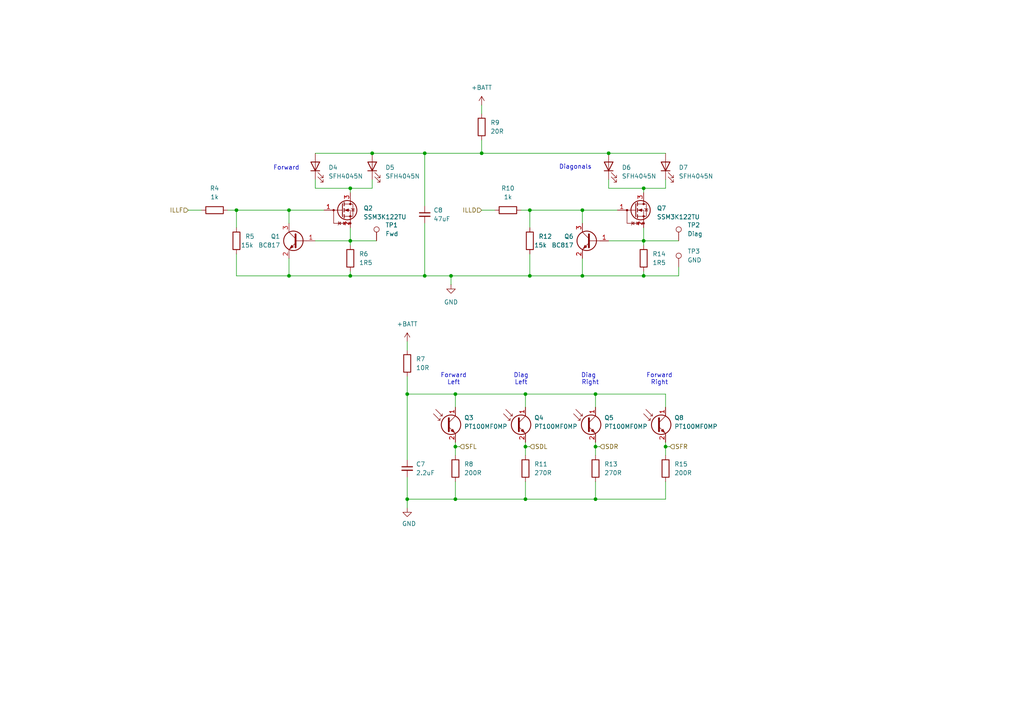
<source format=kicad_sch>
(kicad_sch (version 20250114) (generator "eeschema") (generator_version "9.0")
  (paper "A4")
  (lib_symbols
    (symbol "Connector:TestPoint" (pin_numbers (hide yes)) (pin_names (offset 0.762) (hide yes))
      (property "Reference" "TP" (at 0 6.858 0))
      (property "Value" "TestPoint" (at 0 5.08 0))
      (symbol "TestPoint_0_1"
        (circle (center 0 3.302) (radius 0.762))
      )
      (symbol "TestPoint_1_1"
        (pin passive line (at 0 0 90) (length 2.54) (name "1") (number "1"))
      )
    )
    (symbol "Device:C_Small" (pin_numbers (hide yes)) (pin_names (offset 0.254) (hide yes))
      (property "Reference" "C" (at 0.254 1.778 0))
      (property "Value" "C_Small" (at 0.254 -2.032 0))
      (symbol "C_Small_0_1"
        (polyline (pts (xy -1.524 0.508) (xy 1.524 0.508)) (stroke (width 0.3048)))
        (polyline (pts (xy -1.524 -0.508) (xy 1.524 -0.508)) (stroke (width 0.3302)))
      )
      (symbol "C_Small_1_1"
        (pin passive line (at 0 2.54 270) (length 2.032) (name "~") (number "1"))
        (pin passive line (at 0 -2.54 90) (length 2.032) (name "~") (number "2"))
      )
    )
    (symbol "Device:R" (pin_numbers (hide yes)) (pin_names (offset 0))
      (property "Reference" "R" (at 2.032 0 90))
      (property "Value" "R" (at 0 0 90))
      (symbol "R_0_1"
        (rectangle (start -1.016 -2.54) (end 1.016 2.54) (stroke (width 0.254)))
      )
      (symbol "R_1_1"
        (pin passive line (at 0 3.81 270) (length 1.27) (name "~") (number "1"))
        (pin passive line (at 0 -3.81 90) (length 1.27) (name "~") (number "2"))
      )
    )
    (symbol "LED:IR26-21C_L110_TR8" (pin_numbers (hide yes)) (pin_names (offset 1.016) (hide yes))
      (property "Reference" "D" (at 0 2.54 0))
      (property "Value" "IR26-21C_L110_TR8" (at 0 -3.81 0))
      (symbol "IR26-21C_L110_TR8_0_1"
        (polyline (pts (xy -3.048 -0.762) (xy -4.572 -2.286) (xy -3.81 -2.286) (xy -4.572 -2.286) (xy -4.572 -1.524)))
        (polyline (pts (xy -1.778 -0.762) (xy -3.302 -2.286) (xy -2.54 -2.286) (xy -3.302 -2.286) (xy -3.302 -1.524)))
        (polyline (pts (xy -1.27 0) (xy 1.27 0)))
        (polyline (pts (xy -1.27 -1.27) (xy -1.27 1.27)) (stroke (width 0.254)))
        (polyline (pts (xy 1.27 -1.27) (xy 1.27 1.27) (xy -1.27 0) (xy 1.27 -1.27)) (stroke (width 0.254)))
      )
      (symbol "IR26-21C_L110_TR8_1_1"
        (pin passive line (at -3.81 0 0) (length 2.54) (name "K") (number "1"))
        (pin passive line (at 3.81 0 180) (length 2.54) (name "A") (number "2"))
      )
    )
    (symbol "Sensor_Optical:BPW40" (pin_names (offset 0) (hide yes))
      (property "Reference" "Q" (at 5.08 1.27 0))
      (property "Value" "BPW40" (at 5.08 -1.27 0))
      (symbol "BPW40_0_1"
        (polyline (pts (xy -3.81 3.175) (xy -1.905 1.27) (xy -1.905 1.905)))
        (polyline (pts (xy -3.175 4.445) (xy -1.27 2.54) (xy -1.27 3.175)))
        (polyline (pts (xy -1.905 1.27) (xy -2.54 1.27)))
        (polyline (pts (xy -1.27 2.54) (xy -1.905 2.54)))
        (polyline (pts (xy 0.635 1.905) (xy 0.635 -1.905)) (stroke (width 0.508)))
        (polyline (pts (xy 0.635 0.635) (xy 2.54 2.54)))
        (polyline (pts (xy 0.635 -0.635) (xy 2.54 -2.54)))
        (circle (center 1.27 0) (radius 2.8194) (stroke (width 0.254)))
        (polyline (pts (xy 1.27 -1.778) (xy 1.778 -1.27) (xy 2.286 -2.286) (xy 1.27 -1.778)) (fill (type outline)))
      )
      (symbol "BPW40_1_1"
        (pin passive line (at 2.54 5.08 270) (length 2.54) (name "C") (number "1"))
        (pin passive line (at 2.54 -5.08 90) (length 2.54) (name "E") (number "2"))
      )
    )
    (symbol "Transistor_BJT:BC817" (pin_names (offset 0) (hide yes))
      (property "Reference" "Q" (at 5.08 1.905 0))
      (property "Value" "BC817" (at 5.08 0 0))
      (symbol "BC817_0_1"
        (polyline (pts (xy -2.54 0) (xy 0.635 0)))
        (polyline (pts (xy 0.635 1.905) (xy 0.635 -1.905)) (stroke (width 0.508)))
        (circle (center 1.27 0) (radius 2.8194) (stroke (width 0.254)))
      )
      (symbol "BC817_1_1"
        (polyline (pts (xy 0.635 0.635) (xy 2.54 2.54)))
        (polyline (pts (xy 0.635 -0.635) (xy 2.54 -2.54)))
        (polyline (pts (xy 1.27 -1.778) (xy 1.778 -1.27) (xy 2.286 -2.286) (xy 1.27 -1.778)) (fill (type outline)))
        (pin input line (at -5.08 0 0) (length 2.54) (name "B") (number "1"))
        (pin passive line (at 2.54 5.08 270) (length 2.54) (name "C") (number "3"))
        (pin passive line (at 2.54 -5.08 90) (length 2.54) (name "E") (number "2"))
      )
    )
    (symbol "Transistor_FET:DMG1012T" (pin_names (offset 0) (hide yes))
      (property "Reference" "Q" (at 5.08 1.905 0))
      (property "Value" "DMG1012T" (at 5.08 0 0))
      (symbol "DMG1012T_0_1"
        (polyline (pts (xy 2.54 -3.81) (xy -2.286 -3.81) (xy -2.286 0)))
      )
      (symbol "DMG1012T_1_1"
        (circle (center -2.286 0) (radius 0.254) (fill (type outline)))
        (polyline (pts (xy -1.016 -4.318) (xy -0.889 -4.191) (xy -0.889 -3.429) (xy -0.762 -3.302)))
        (polyline (pts (xy -0.889 -3.81) (xy -0.254 -4.191) (xy -0.254 -3.429) (xy -0.889 -3.81)))
        (polyline (pts (xy 0.254 1.905) (xy 0.254 -1.905)) (stroke (width 0.254)))
        (polyline (pts (xy 0.254 0) (xy -2.54 0)))
        (polyline (pts (xy 0.762 2.286) (xy 0.762 1.27)) (stroke (width 0.254)))
        (polyline (pts (xy 0.762 0.508) (xy 0.762 -0.508)) (stroke (width 0.254)))
        (polyline (pts (xy 0.762 -1.27) (xy 0.762 -2.286)) (stroke (width 0.254)))
        (polyline (pts (xy 0.762 -1.778) (xy 3.302 -1.778) (xy 3.302 1.778) (xy 0.762 1.778)))
        (polyline (pts (xy 1.016 0) (xy 2.032 0.381) (xy 2.032 -0.381) (xy 1.016 0)) (fill (type outline)))
        (polyline (pts (xy 1.143 -3.81) (xy 0.508 -3.429) (xy 0.508 -4.191) (xy 1.143 -3.81)))
        (polyline (pts (xy 1.27 -3.302) (xy 1.143 -3.429) (xy 1.143 -4.191) (xy 1.016 -4.318)))
        (circle (center 1.651 0) (radius 2.794) (stroke (width 0.254)))
        (polyline (pts (xy 2.54 2.54) (xy 2.54 1.778)))
        (circle (center 2.54 1.778) (radius 0.254) (fill (type outline)))
        (circle (center 2.54 -1.778) (radius 0.254) (fill (type outline)))
        (polyline (pts (xy 2.54 -2.54) (xy 2.54 0) (xy 0.762 0)))
        (circle (center 2.54 -3.81) (radius 0.254) (fill (type outline)))
        (polyline (pts (xy 2.794 0.508) (xy 2.921 0.381) (xy 3.683 0.381) (xy 3.81 0.254)))
        (polyline (pts (xy 3.302 0.381) (xy 2.921 -0.254) (xy 3.683 -0.254) (xy 3.302 0.381)))
        (pin input line (at -5.08 0 0) (length 2.54) (name "G") (number "1"))
        (pin passive line (at 2.54 5.08 270) (length 2.54) (name "D") (number "3"))
        (pin passive line (at 2.54 -5.08 90) (length 2.54) (name "S") (number "2"))
      )
    )
    (symbol "power:+BATT" (power) (pin_numbers (hide yes)) (pin_names (offset 0) (hide yes))
      (property "Value" "+BATT" (at 0 3.556 0))
      (symbol "+BATT_0_1"
        (polyline (pts (xy -0.762 1.27) (xy 0 2.54)))
        (polyline (pts (xy 0 2.54) (xy 0.762 1.27)))
        (polyline (pts (xy 0 0) (xy 0 2.54)))
      )
      (symbol "+BATT_1_1"
        (pin power_in line (at 0 0 90) (length 0) (name "~") (number "1"))
      )
    )
    (symbol "power:GND" (power) (pin_numbers (hide yes)) (pin_names (offset 0) (hide yes))
      (property "Value" "GND" (at 0 -3.81 0))
      (symbol "GND_0_1"
        (polyline (pts (xy 0 0) (xy 0 -1.27) (xy 1.27 -1.27) (xy 0 -2.54) (xy -1.27 -1.27) (xy 0 -1.27)))
      )
      (symbol "GND_1_1"
        (pin power_in line (at 0 0 270) (length 0) (name "~") (number "1"))
      )
    )
    (symbol "power:GNDA" (power) (pin_numbers (hide yes)) (pin_names (offset 0) (hide yes))
      (property "Value" "GNDA" (at 0 -3.81 0))
      (symbol "GNDA_0_1"
        (polyline (pts (xy 0 0) (xy 0 -1.27) (xy 1.27 -1.27) (xy 0 -2.54) (xy -1.27 -1.27) (xy 0 -1.27)))
      )
      (symbol "GNDA_1_1"
        (pin power_in line (at 0 0 270) (length 0) (name "~") (number "1"))
      )
    )
  )
  (text "Diagonals" (at 166.878 48.514 0) (effects (font (size 1.27 1.27))))
  (text "Forward" (at 83.058 48.768 0) (effects (font (size 1.27 1.27))))
  (text "Forward\nLeft" (at 131.572 109.982 0) (effects (font (size 1.27 1.27))))
  (text "Diag \nRight" (at 171.196 109.982 0) (effects (font (size 1.27 1.27))))
  (text "Forward\nRight" (at 191.262 109.982 0) (effects (font (size 1.27 1.27))))
  (text "Diag\nLeft" (at 151.13 109.982 0) (effects (font (size 1.27 1.27))))
  (junction (at 168.91 80.01))
  (junction (at 132.08 114.3))
  (junction (at 186.69 69.85))
  (junction (at 152.4 114.3))
  (junction (at 132.08 144.78))
  (junction (at 118.11 144.78))
  (junction (at 152.4 129.54))
  (junction (at 153.67 80.01))
  (junction (at 83.82 80.01))
  (junction (at 118.11 114.3))
  (junction (at 83.82 60.96))
  (junction (at 101.6 54.61))
  (junction (at 193.04 129.54))
  (junction (at 172.72 144.78))
  (junction (at 168.91 60.96))
  (junction (at 172.72 129.54))
  (junction (at 186.69 80.01))
  (junction (at 172.72 114.3))
  (junction (at 152.4 144.78))
  (junction (at 123.19 80.01))
  (junction (at 123.19 44.45))
  (junction (at 68.58 60.96))
  (junction (at 101.6 69.85))
  (junction (at 139.7 44.45))
  (junction (at 176.53 44.45))
  (junction (at 132.08 129.54))
  (junction (at 153.67 60.96))
  (junction (at 101.6 80.01))
  (junction (at 107.95 44.45))
  (junction (at 130.81 80.01))
  (junction (at 186.69 54.61))
  (wire (pts (xy 186.69 69.85) (xy 196.85 69.85)))
  (wire (pts (xy 132.08 132.08) (xy 132.08 129.54)))
  (wire (pts (xy 172.72 114.3) (xy 193.04 114.3)))
  (wire (pts (xy 118.11 138.43) (xy 118.11 144.78)))
  (wire (pts (xy 186.69 78.74) (xy 186.69 80.01)))
  (wire (pts (xy 186.69 54.61) (xy 176.53 54.61)))
  (wire (pts (xy 83.82 74.93) (xy 83.82 80.01)))
  (wire (pts (xy 132.08 114.3) (xy 132.08 118.11)))
  (wire (pts (xy 123.19 59.69) (xy 123.19 44.45)))
  (wire (pts (xy 101.6 69.85) (xy 109.22 69.85)))
  (wire (pts (xy 118.11 114.3) (xy 118.11 133.35)))
  (wire (pts (xy 152.4 132.08) (xy 152.4 129.54)))
  (wire (pts (xy 153.67 129.54) (xy 152.4 129.54)))
  (wire (pts (xy 66.04 60.96) (xy 68.58 60.96)))
  (wire (pts (xy 168.91 60.96) (xy 153.67 60.96)))
  (wire (pts (xy 172.72 132.08) (xy 172.72 129.54)))
  (wire (pts (xy 152.4 114.3) (xy 172.72 114.3)))
  (wire (pts (xy 186.69 66.04) (xy 186.69 69.85)))
  (wire (pts (xy 130.81 82.55) (xy 130.81 80.01)))
  (wire (pts (xy 193.04 54.61) (xy 186.69 54.61)))
  (wire (pts (xy 152.4 139.7) (xy 152.4 144.78)))
  (wire (pts (xy 186.69 54.61) (xy 186.69 55.88)))
  (wire (pts (xy 139.7 30.48) (xy 139.7 33.02)))
  (wire (pts (xy 168.91 80.01) (xy 186.69 80.01)))
  (wire (pts (xy 91.44 44.45) (xy 107.95 44.45)))
  (wire (pts (xy 118.11 144.78) (xy 132.08 144.78)))
  (wire (pts (xy 152.4 114.3) (xy 152.4 118.11)))
  (wire (pts (xy 68.58 60.96) (xy 68.58 66.04)))
  (wire (pts (xy 172.72 129.54) (xy 172.72 128.27)))
  (wire (pts (xy 68.58 73.66) (xy 68.58 80.01)))
  (wire (pts (xy 168.91 60.96) (xy 168.91 64.77)))
  (wire (pts (xy 123.19 44.45) (xy 139.7 44.45)))
  (wire (pts (xy 139.7 44.45) (xy 176.53 44.45)))
  (wire (pts (xy 172.72 144.78) (xy 193.04 144.78)))
  (wire (pts (xy 101.6 66.04) (xy 101.6 69.85)))
  (wire (pts (xy 101.6 80.01) (xy 123.19 80.01)))
  (wire (pts (xy 176.53 69.85) (xy 186.69 69.85)))
  (wire (pts (xy 83.82 60.96) (xy 83.82 64.77)))
  (wire (pts (xy 118.11 114.3) (xy 132.08 114.3)))
  (wire (pts (xy 152.4 129.54) (xy 152.4 128.27)))
  (wire (pts (xy 172.72 139.7) (xy 172.72 144.78)))
  (wire (pts (xy 118.11 147.32) (xy 118.11 144.78)))
  (wire (pts (xy 68.58 80.01) (xy 83.82 80.01)))
  (wire (pts (xy 186.69 69.85) (xy 186.69 71.12)))
  (wire (pts (xy 93.98 60.96) (xy 83.82 60.96)))
  (wire (pts (xy 193.04 129.54) (xy 193.04 128.27)))
  (wire (pts (xy 101.6 54.61) (xy 91.44 54.61)))
  (wire (pts (xy 83.82 80.01) (xy 101.6 80.01)))
  (wire (pts (xy 101.6 78.74) (xy 101.6 80.01)))
  (wire (pts (xy 130.81 80.01) (xy 153.67 80.01)))
  (wire (pts (xy 118.11 109.22) (xy 118.11 114.3)))
  (wire (pts (xy 107.95 44.45) (xy 123.19 44.45)))
  (wire (pts (xy 172.72 114.3) (xy 172.72 118.11)))
  (wire (pts (xy 130.81 80.01) (xy 123.19 80.01)))
  (wire (pts (xy 139.7 40.64) (xy 139.7 44.45)))
  (wire (pts (xy 176.53 54.61) (xy 176.53 52.07)))
  (wire (pts (xy 153.67 60.96) (xy 153.67 66.04)))
  (wire (pts (xy 194.31 129.54) (xy 193.04 129.54)))
  (wire (pts (xy 151.13 60.96) (xy 153.67 60.96)))
  (wire (pts (xy 118.11 99.06) (xy 118.11 101.6)))
  (wire (pts (xy 132.08 144.78) (xy 152.4 144.78)))
  (wire (pts (xy 101.6 54.61) (xy 101.6 55.88)))
  (wire (pts (xy 123.19 64.77) (xy 123.19 80.01)))
  (wire (pts (xy 91.44 54.61) (xy 91.44 52.07)))
  (wire (pts (xy 132.08 114.3) (xy 152.4 114.3)))
  (wire (pts (xy 152.4 144.78) (xy 172.72 144.78)))
  (wire (pts (xy 196.85 80.01) (xy 186.69 80.01)))
  (wire (pts (xy 193.04 114.3) (xy 193.04 118.11)))
  (wire (pts (xy 132.08 129.54) (xy 132.08 128.27)))
  (wire (pts (xy 193.04 132.08) (xy 193.04 129.54)))
  (wire (pts (xy 193.04 139.7) (xy 193.04 144.78)))
  (wire (pts (xy 91.44 69.85) (xy 101.6 69.85)))
  (wire (pts (xy 107.95 54.61) (xy 101.6 54.61)))
  (wire (pts (xy 54.61 60.96) (xy 58.42 60.96)))
  (wire (pts (xy 107.95 52.07) (xy 107.95 54.61)))
  (wire (pts (xy 168.91 74.93) (xy 168.91 80.01)))
  (wire (pts (xy 133.35 129.54) (xy 132.08 129.54)))
  (wire (pts (xy 179.07 60.96) (xy 168.91 60.96)))
  (wire (pts (xy 176.53 44.45) (xy 193.04 44.45)))
  (wire (pts (xy 83.82 60.96) (xy 68.58 60.96)))
  (wire (pts (xy 193.04 52.07) (xy 193.04 54.61)))
  (wire (pts (xy 132.08 139.7) (xy 132.08 144.78)))
  (wire (pts (xy 153.67 73.66) (xy 153.67 80.01)))
  (wire (pts (xy 153.67 80.01) (xy 168.91 80.01)))
  (wire (pts (xy 101.6 69.85) (xy 101.6 71.12)))
  (wire (pts (xy 196.85 77.47) (xy 196.85 80.01)))
  (wire (pts (xy 173.99 129.54) (xy 172.72 129.54)))
  (wire (pts (xy 139.7 60.96) (xy 143.51 60.96)))
  (hierarchical_label "SFR" (shape input) (at 194.31 129.54 0))
  (hierarchical_label "SFL" (shape input) (at 133.35 129.54 0))
  (hierarchical_label "ILLF" (shape input) (at 54.61 60.96 180))
  (hierarchical_label "SDL" (shape input) (at 153.67 129.54 0))
  (hierarchical_label "SDR" (shape input) (at 173.99 129.54 0))
  (hierarchical_label "ILLD" (shape input) (at 139.7 60.96 180))
  (symbol (lib_id "Device:R") (at 68.58 69.85 0) (unit 1)
    (property "Reference" "R5" (at 71.12 68.58 0) (effects (justify left)))
    (property "Value" "15k" (at 69.85 71.12 0) (effects (justify left)))
    (property "Footprint" "Resistor_SMD:R_0805_2012Metric" (effects (hide yes)))
  )
  (symbol (lib_id "power:+BATT") (at 118.11 99.06 0) (unit 1)
    (property "Reference" "#PWR022" (effects (hide yes)))
    (property "Value" "+BATT" (at 118.11 93.98 0))
    (property "Description" "Power symbol creates a global label with name \"+BATT\"" (effects (hide yes)))
  )
  (symbol (lib_id "Device:R") (at 101.6 74.93 0) (unit 1)
    (property "Reference" "R6" (at 104.14 73.6599 0) (effects (justify left)))
    (property "Value" "1R5" (at 104.14 76.1999 0) (effects (justify left)))
    (property "Footprint" "Resistor_SMD:R_0805_2012Metric" (effects (hide yes)))
  )
  (symbol (lib_id "Device:R") (at 186.69 74.93 0) (unit 1)
    (property "Reference" "R14" (at 189.23 73.6599 0) (effects (justify left)))
    (property "Value" "1R5" (at 189.23 76.1999 0) (effects (justify left)))
    (property "Footprint" "Resistor_SMD:R_0805_2012Metric" (effects (hide yes)))
  )
  (symbol (lib_id "Device:R") (at 172.72 135.89 0) (unit 1)
    (property "Reference" "R13" (at 175.26 134.6199 0) (effects (justify left)))
    (property "Value" "270R" (at 175.26 137.1599 0) (effects (justify left)))
    (property "Footprint" "Resistor_SMD:R_0805_2012Metric" (effects (hide yes)))
  )
  (symbol (lib_id "Sensor_Optical:BPW40") (at 129.54 123.19 0) (unit 1)
    (property "Reference" "Q3" (at 134.62 121.1706 0) (effects (justify left)))
    (property "Value" "PT100MF0MP" (at 134.62 123.7106 0) (effects (justify left)))
    (property "Footprint" "MyOpto:PT100_SHP_H" (effects (hide yes)))
    (property "Datasheet" "https://www.rcscomponents.kiev.ua/datasheets/bpw40.pdf" (effects (hide yes)))
  )
  (symbol (lib_id "Device:R") (at 147.32 60.96 90) (unit 1)
    (property "Reference" "R10" (at 147.32 54.61 90))
    (property "Value" "1k" (at 147.32 57.15 90))
    (property "Footprint" "Resistor_SMD:R_0805_2012Metric" (effects (hide yes)))
  )
  (symbol (lib_id "Device:C_Small") (at 118.11 135.89 0) (unit 1)
    (property "Reference" "C7" (at 120.65 134.6263 0) (effects (justify left)))
    (property "Value" "2.2uF" (at 120.65 137.1663 0) (effects (justify left)))
    (property "Footprint" "Capacitor_SMD:C_0805_2012Metric" (effects (hide yes)))
  )
  (symbol (lib_id "Connector:TestPoint") (at 109.22 69.85 0) (unit 1)
    (property "Reference" "TP1" (at 111.76 65.2779 0) (effects (justify left)))
    (property "Value" "Fwd" (at 111.76 67.8179 0) (effects (justify left)))
    (property "Footprint" "TestPoint:TestPoint_Pad_D1.5mm" (effects (hide yes)))
    (property "Description" "test point" (effects (hide yes)))
  )
  (symbol (lib_id "Sensor_Optical:BPW40") (at 170.18 123.19 0) (unit 1)
    (property "Reference" "Q5" (at 175.26 121.1707 0) (effects (justify left)))
    (property "Value" "PT100MF0MP" (at 175.26 123.7107 0) (effects (justify left)))
    (property "Footprint" "MyOpto:PT100_SHP_H" (effects (hide yes)))
    (property "Datasheet" "https://www.rcscomponents.kiev.ua/datasheets/bpw40.pdf" (effects (hide yes)))
  )
  (symbol (lib_id "Device:R") (at 153.67 69.85 0) (unit 1)
    (property "Reference" "R12" (at 156.21 68.58 0) (effects (justify left)))
    (property "Value" "15k" (at 154.94 71.12 0) (effects (justify left)))
    (property "Footprint" "Resistor_SMD:R_0805_2012Metric" (effects (hide yes)))
  )
  (symbol (lib_id "Device:R") (at 193.04 135.89 0) (unit 1)
    (property "Reference" "R15" (at 195.58 134.6199 0) (effects (justify left)))
    (property "Value" "200R" (at 195.58 137.1599 0) (effects (justify left)))
    (property "Footprint" "Resistor_SMD:R_0805_2012Metric" (effects (hide yes)))
  )
  (symbol (lib_id "Sensor_Optical:BPW40") (at 190.5 123.19 0) (unit 1)
    (property "Reference" "Q8" (at 195.58 121.1706 0) (effects (justify left)))
    (property "Value" "PT100MF0MP" (at 195.58 123.7106 0) (effects (justify left)))
    (property "Footprint" "MyOpto:PT100_SHP_H" (effects (hide yes)))
    (property "Datasheet" "https://www.rcscomponents.kiev.ua/datasheets/bpw40.pdf" (effects (hide yes)))
  )
  (symbol (lib_id "Device:R") (at 139.7 36.83 0) (unit 1)
    (property "Reference" "R9" (at 142.24 35.5599 0) (effects (justify left)))
    (property "Value" "20R" (at 142.24 38.0999 0) (effects (justify left)))
    (property "Footprint" "Resistor_SMD:R_0805_2012Metric" (effects (hide yes)))
  )
  (symbol (lib_id "LED:IR26-21C_L110_TR8") (at 193.04 48.26 90) (unit 1)
    (property "Reference" "D7" (at 196.85 48.5774 90) (effects (justify right)))
    (property "Value" "SFH4045N" (at 196.85 51.1174 90) (effects (justify right)))
    (property "Footprint" "MyOpto:LED_SFH_4045N" (effects (hide yes)))
    (property "Datasheet" "http://www.everlight.com/file/ProductFile/IR26-21C-L110-TR8.pdf" (effects (hide yes)))
  )
  (symbol (lib_id "Connector:TestPoint") (at 196.85 69.85 0) (unit 1)
    (property "Reference" "TP2" (at 199.39 65.2779 0) (effects (justify left)))
    (property "Value" "Diag" (at 199.39 67.8179 0) (effects (justify left)))
    (property "Footprint" "TestPoint:TestPoint_Pad_D1.5mm" (effects (hide yes)))
    (property "Description" "test point" (effects (hide yes)))
  )
  (symbol (lib_id "Device:R") (at 62.23 60.96 90) (unit 1)
    (property "Reference" "R4" (at 62.23 54.61 90))
    (property "Value" "1k" (at 62.23 57.15 90))
    (property "Footprint" "Resistor_SMD:R_0805_2012Metric" (effects (hide yes)))
  )
  (symbol (lib_id "LED:IR26-21C_L110_TR8") (at 91.44 48.26 90) (unit 1)
    (property "Reference" "D4" (at 95.25 48.5774 90) (effects (justify right)))
    (property "Value" "SFH4045N" (at 95.25 51.1174 90) (effects (justify right)))
    (property "Footprint" "MyOpto:LED_SFH_4045N" (effects (hide yes)))
    (property "Datasheet" "http://www.everlight.com/file/ProductFile/IR26-21C-L110-TR8.pdf" (effects (hide yes)))
  )
  (symbol (lib_id "LED:IR26-21C_L110_TR8") (at 176.53 48.26 90) (unit 1)
    (property "Reference" "D6" (at 180.34 48.5774 90) (effects (justify right)))
    (property "Value" "SFH4045N" (at 180.34 51.1174 90) (effects (justify right)))
    (property "Footprint" "MyOpto:LED_SFH_4045N" (effects (hide yes)))
    (property "Datasheet" "http://www.everlight.com/file/ProductFile/IR26-21C-L110-TR8.pdf" (effects (hide yes)))
  )
  (symbol (lib_id "Transistor_FET:DMG1012T") (at 99.06 60.96 0) (unit 1)
    (property "Reference" "Q2" (at 105.41 60.3884 0) (effects (justify left)))
    (property "Value" "SSM3K122TU" (at 105.41 62.9284 0) (effects (justify left)))
    (property "Footprint" "MyOpto:UFM_TOS-M" (effects (hide yes)))
    (property "Datasheet" "https://www.diodes.com/assets/Datasheets/ds31783.pdf" (effects (hide yes)))
    (property "Description" "20V Vds, 0.63 Id, N-Channel MOSFET with ESD protection, SOT-523" (effects (hide yes)))
  )
  (symbol (lib_id "LED:IR26-21C_L110_TR8") (at 107.95 48.26 90) (unit 1)
    (property "Reference" "D5" (at 111.76 48.5774 90) (effects (justify right)))
    (property "Value" "SFH4045N" (at 111.76 51.1174 90) (effects (justify right)))
    (property "Footprint" "MyOpto:LED_SFH_4045N" (effects (hide yes)))
    (property "Datasheet" "http://www.everlight.com/file/ProductFile/IR26-21C-L110-TR8.pdf" (effects (hide yes)))
  )
  (symbol (lib_id "Transistor_BJT:BC817") (at 171.45 69.85 0) (mirror y) (unit 1)
    (property "Reference" "Q6" (at 166.37 68.58 0) (effects (justify left)))
    (property "Value" "BC817" (at 166.37 71.12 0) (effects (justify left)))
    (property "Footprint" "Package_TO_SOT_SMD:SOT-23" (effects (hide yes)))
    (property "Datasheet" "https://www.onsemi.com/pub/Collateral/BC818-D.pdf" (effects (hide yes)))
    (property "Description" "0.8A Ic, 45V Vce, NPN Transistor, SOT-23" (effects (hide yes)))
  )
  (symbol (lib_id "Device:R") (at 118.11 105.41 0) (unit 1)
    (property "Reference" "R7" (at 120.65 104.1399 0) (effects (justify left)))
    (property "Value" "10R" (at 120.65 106.6799 0) (effects (justify left)))
    (property "Footprint" "Resistor_SMD:R_0805_2012Metric" (effects (hide yes)))
  )
  (symbol (lib_id "power:GNDA") (at 118.11 147.32 0) (unit 1)
    (property "Reference" "#PWR023" (effects (hide yes)))
    (property "Value" "GND" (at 116.586 151.892 0) (effects (justify left)))
    (property "Description" "Power symbol creates a global label with name \"GNDA\" , analog ground" (effects (hide yes)))
  )
  (symbol (lib_id "Device:R") (at 132.08 135.89 0) (unit 1)
    (property "Reference" "R8" (at 134.62 134.6199 0) (effects (justify left)))
    (property "Value" "200R" (at 134.62 137.1599 0) (effects (justify left)))
    (property "Footprint" "Resistor_SMD:R_0805_2012Metric" (effects (hide yes)))
  )
  (symbol (lib_id "power:+BATT") (at 139.7 30.48 0) (unit 1)
    (property "Reference" "#PWR025" (effects (hide yes)))
    (property "Value" "+BATT" (at 139.7 25.4 0))
    (property "Description" "Power symbol creates a global label with name \"+BATT\"" (effects (hide yes)))
  )
  (symbol (lib_id "Device:C_Small") (at 123.19 62.23 0) (unit 1)
    (property "Reference" "C8" (at 125.73 60.9662 0) (effects (justify left)))
    (property "Value" "47uF" (at 125.73 63.5062 0) (effects (justify left)))
    (property "Footprint" "Capacitor_SMD:C_1206_3216Metric" (effects (hide yes)))
  )
  (symbol (lib_id "power:GND") (at 130.81 82.55 0) (unit 1)
    (property "Reference" "#PWR024" (effects (hide yes)))
    (property "Value" "GND" (at 130.81 87.63 0))
    (property "Description" "Power symbol creates a global label with name \"GND\" , ground" (effects (hide yes)))
  )
  (symbol (lib_id "Transistor_BJT:BC817") (at 86.36 69.85 0) (mirror y) (unit 1)
    (property "Reference" "Q1" (at 81.28 68.58 0) (effects (justify left)))
    (property "Value" "BC817" (at 81.28 71.12 0) (effects (justify left)))
    (property "Footprint" "Package_TO_SOT_SMD:SOT-23" (effects (hide yes)))
    (property "Datasheet" "https://www.onsemi.com/pub/Collateral/BC818-D.pdf" (effects (hide yes)))
    (property "Description" "0.8A Ic, 45V Vce, NPN Transistor, SOT-23" (effects (hide yes)))
  )
  (symbol (lib_id "Connector:TestPoint") (at 196.85 77.47 0) (unit 1)
    (property "Reference" "TP3" (at 199.39 72.8979 0) (effects (justify left)))
    (property "Value" "GND" (at 199.39 75.4379 0) (effects (justify left)))
    (property "Footprint" "TestPoint:TestPoint_THTPad_1.5x1.5mm_Drill0.7mm" (effects (hide yes)))
    (property "Description" "test point" (effects (hide yes)))
  )
  (symbol (lib_id "Device:R") (at 152.4 135.89 0) (unit 1)
    (property "Reference" "R11" (at 154.94 134.6199 0) (effects (justify left)))
    (property "Value" "270R" (at 154.94 137.1599 0) (effects (justify left)))
    (property "Footprint" "Resistor_SMD:R_0805_2012Metric" (effects (hide yes)))
  )
  (symbol (lib_id "Transistor_FET:DMG1012T") (at 184.15 60.96 0) (unit 1)
    (property "Reference" "Q7" (at 190.5 60.3884 0) (effects (justify left)))
    (property "Value" "SSM3K122TU" (at 190.5 62.9284 0) (effects (justify left)))
    (property "Footprint" "MyOpto:UFM_TOS-M" (effects (hide yes)))
    (property "Datasheet" "https://www.diodes.com/assets/Datasheets/ds31783.pdf" (effects (hide yes)))
    (property "Description" "20V Vds, 0.63 Id, N-Channel MOSFET with ESD protection, SOT-523" (effects (hide yes)))
  )
  (symbol (lib_id "Sensor_Optical:BPW40") (at 149.86 123.19 0) (unit 1)
    (property "Reference" "Q4" (at 154.94 121.1706 0) (effects (justify left)))
    (property "Value" "PT100MF0MP" (at 154.94 123.7106 0) (effects (justify left)))
    (property "Footprint" "MyOpto:PT100_SHP_H" (effects (hide yes)))
    (property "Datasheet" "https://www.rcscomponents.kiev.ua/datasheets/bpw40.pdf" (effects (hide yes)))
  )
)
</source>
